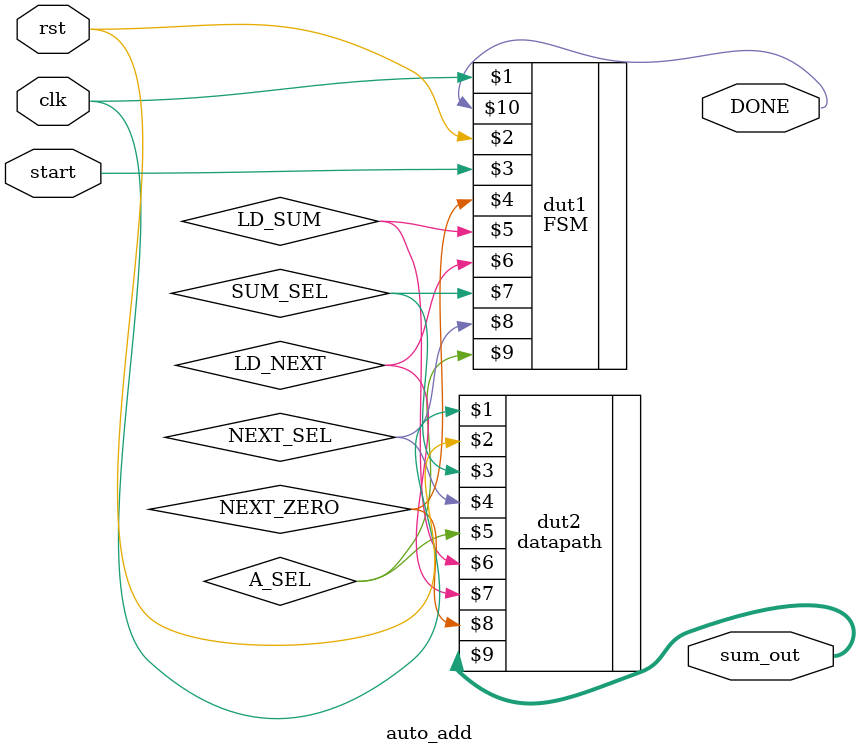
<source format=v>
module auto_add(clk,rst,start,DONE,sum_out);
	input clk,rst,start;
	output DONE;
	output [31:0] sum_out;

	wire LD_SUM,LD_NEXT,SUM_SEL,NEXT_SEL,A_SEL,NEXT_ZERO;

	FSM		dut1(clk,rst,start,NEXT_ZERO,LD_SUM,LD_NEXT,SUM_SEL,NEXT_SEL,A_SEL,DONE);
	datapath	dut2(clk,rst,SUM_SEL,NEXT_SEL,A_SEL,LD_SUM,LD_NEXT,NEXT_ZERO,sum_out);

endmodule
</source>
